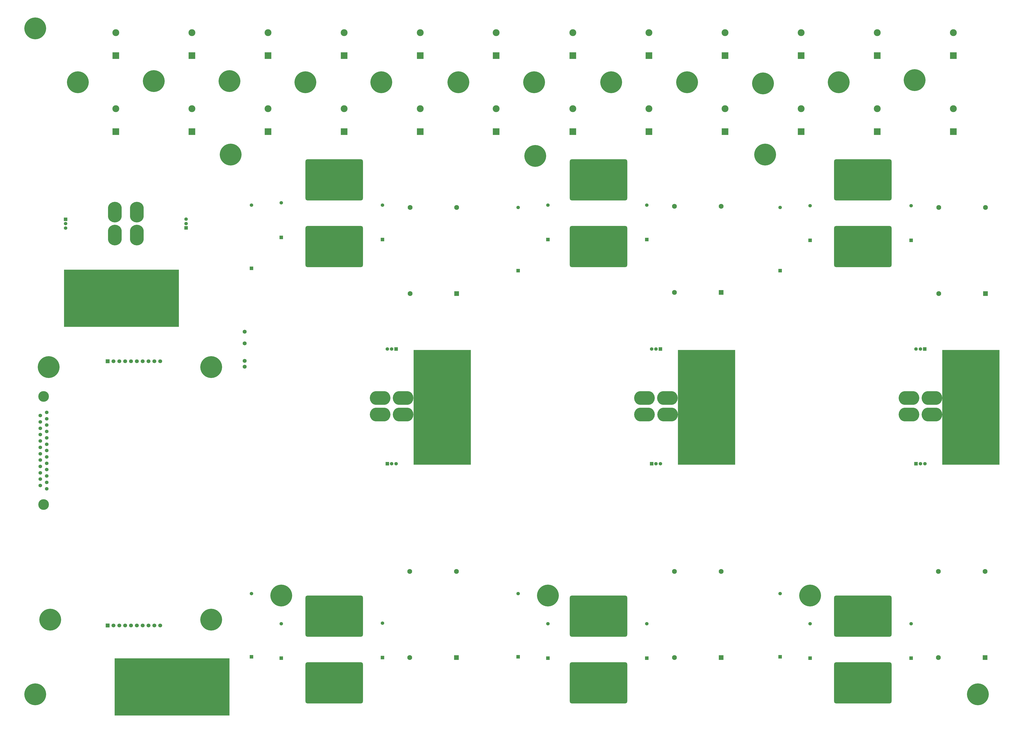
<source format=gbr>
%TF.GenerationSoftware,KiCad,Pcbnew,9.0.0*%
%TF.CreationDate,2025-04-23T18:39:58-07:00*%
%TF.ProjectId,PowerBoard,506f7765-7242-46f6-9172-642e6b696361,rev?*%
%TF.SameCoordinates,Original*%
%TF.FileFunction,Soldermask,Bot*%
%TF.FilePolarity,Negative*%
%FSLAX46Y46*%
G04 Gerber Fmt 4.6, Leading zero omitted, Abs format (unit mm)*
G04 Created by KiCad (PCBNEW 9.0.0) date 2025-04-23 18:39:58*
%MOMM*%
%LPD*%
G01*
G04 APERTURE LIST*
G04 Aperture macros list*
%AMRoundRect*
0 Rectangle with rounded corners*
0 $1 Rounding radius*
0 $2 $3 $4 $5 $6 $7 $8 $9 X,Y pos of 4 corners*
0 Add a 4 corners polygon primitive as box body*
4,1,4,$2,$3,$4,$5,$6,$7,$8,$9,$2,$3,0*
0 Add four circle primitives for the rounded corners*
1,1,$1+$1,$2,$3*
1,1,$1+$1,$4,$5*
1,1,$1+$1,$6,$7*
1,1,$1+$1,$8,$9*
0 Add four rect primitives between the rounded corners*
20,1,$1+$1,$2,$3,$4,$5,0*
20,1,$1+$1,$4,$5,$6,$7,0*
20,1,$1+$1,$6,$7,$8,$9,0*
20,1,$1+$1,$8,$9,$2,$3,0*%
%AMHorizOval*
0 Thick line with rounded ends*
0 $1 width*
0 $2 $3 position (X,Y) of the first rounded end (center of the circle)*
0 $4 $5 position (X,Y) of the second rounded end (center of the circle)*
0 Add line between two ends*
20,1,$1,$2,$3,$4,$5,0*
0 Add two circle primitives to create the rounded ends*
1,1,$1,$2,$3*
1,1,$1,$4,$5*%
G04 Aperture macros list end*
%ADD10R,50.000000X25.000000*%
%ADD11C,9.500000*%
%ADD12R,3.000000X3.000000*%
%ADD13C,3.000000*%
%ADD14RoundRect,0.900000X11.600000X-8.100000X11.600000X8.100000X-11.600000X8.100000X-11.600000X-8.100000X0*%
%ADD15R,25.000000X50.000000*%
%ADD16R,1.500000X1.500000*%
%ADD17C,1.500000*%
%ADD18HorizOval,0.800000X0.000000X0.000000X0.000000X0.000000X0*%
%ADD19HorizOval,0.800000X0.000000X0.000000X0.000000X0.000000X0*%
%ADD20C,0.800000*%
%ADD21O,9.000000X6.000000*%
%ADD22R,2.100000X2.100000*%
%ADD23C,2.100000*%
%ADD24HorizOval,0.800000X0.000000X0.000000X0.000000X0.000000X0*%
%ADD25HorizOval,0.800000X0.000000X0.000000X0.000000X0.000000X0*%
%ADD26O,6.000000X9.000000*%
%ADD27HorizOval,0.800000X0.000000X0.000000X0.000000X0.000000X0*%
%ADD28HorizOval,0.800000X0.000000X0.000000X0.000000X0.000000X0*%
%ADD29C,1.725000*%
%ADD30R,1.700000X1.700000*%
%ADD31C,1.700000*%
%ADD32HorizOval,0.800000X0.000000X0.000000X0.000000X0.000000X0*%
%ADD33HorizOval,0.800000X0.000000X0.000000X0.000000X0.000000X0*%
%ADD34C,1.575000*%
%ADD35C,4.650000*%
G04 APERTURE END LIST*
D10*
%TO.C,J2*%
X-62500000Y-72500000D03*
%TD*%
D11*
%TO.C,H22*%
X7000000Y-202000000D03*
%TD*%
D12*
%TO.C,C16*%
X34300000Y33100000D03*
D13*
X34300000Y43100000D03*
%TD*%
D12*
%TO.C,C14*%
X-31900000Y33100000D03*
D13*
X-31900000Y43100000D03*
%TD*%
D12*
%TO.C,C5*%
X266200000Y0D03*
D13*
X266200000Y10000000D03*
%TD*%
D12*
%TO.C,C1*%
X133800000Y0D03*
D13*
X133800000Y10000000D03*
%TD*%
D11*
%TO.C,H4*%
X-23500000Y-212500000D03*
%TD*%
D14*
%TO.C,Q4*%
X145000000Y-240000000D03*
X145000000Y-211000000D03*
%TD*%
D15*
%TO.C,J4*%
X192000000Y-120000000D03*
%TD*%
D11*
%TO.C,H9*%
X249500000Y21500000D03*
%TD*%
D12*
%TO.C,C101*%
X133800000Y33100000D03*
D13*
X133800000Y43100000D03*
%TD*%
D14*
%TO.C,Q2*%
X30000000Y-240000000D03*
X30000000Y-211000000D03*
%TD*%
D11*
%TO.C,H16*%
X17500000Y21500000D03*
%TD*%
D16*
%TO.C,C100*%
X224000000Y-60500000D03*
D17*
X224000000Y-33000000D03*
%TD*%
D14*
%TO.C,Q3*%
X145000000Y-50000000D03*
X145000000Y-21000000D03*
%TD*%
D12*
%TO.C,C6*%
X299300000Y0D03*
D13*
X299300000Y10000000D03*
%TD*%
D14*
%TO.C,Q5*%
X260000000Y-50000000D03*
X260000000Y-21000000D03*
%TD*%
D11*
%TO.C,H14*%
X84000000Y21500000D03*
%TD*%
D16*
%TO.C,IC9*%
X283120000Y-144585000D03*
D17*
X285030000Y-144585000D03*
X286940000Y-144585000D03*
D18*
X286080000Y-122555000D03*
D19*
X286080000Y-123815000D03*
D20*
X286830000Y-121525000D03*
X286830000Y-124845000D03*
X288030000Y-121135000D03*
X288030000Y-125235000D03*
X289360000Y-121135000D03*
X289360000Y-125235000D03*
D21*
X290030000Y-123185000D03*
D20*
X290700000Y-121135000D03*
X290700000Y-125235000D03*
X292030000Y-121135000D03*
X292030000Y-125235000D03*
X293230000Y-121525000D03*
X293230000Y-124845000D03*
X293980000Y-122555000D03*
X293980000Y-123815000D03*
X276080000Y-122555000D03*
X276080000Y-123815000D03*
X276830000Y-121525000D03*
X276830000Y-124845000D03*
X278030000Y-121135000D03*
X278030000Y-125235000D03*
X279360000Y-121135000D03*
X279360000Y-125235000D03*
D21*
X280030000Y-123185000D03*
D20*
X280700000Y-121135000D03*
X280700000Y-125235000D03*
X282030000Y-121135000D03*
X282030000Y-125235000D03*
X283230000Y-121525000D03*
X283230000Y-124845000D03*
D19*
X283980000Y-122555000D03*
D18*
X283980000Y-123815000D03*
%TD*%
D11*
%TO.C,H1*%
X-94150000Y-102500000D03*
%TD*%
D12*
%TO.C,C12*%
X100500000Y0D03*
D13*
X100500000Y10000000D03*
%TD*%
D22*
%TO.C,C97*%
X313150000Y-229000000D03*
D23*
X313150000Y-191500000D03*
X292850000Y-229000000D03*
X292850000Y-191500000D03*
%TD*%
D14*
%TO.C,Q6*%
X260000000Y-240000000D03*
X260000000Y-211000000D03*
%TD*%
D16*
%TO.C,C99*%
X281000000Y-47275000D03*
D17*
X281000000Y-32275000D03*
%TD*%
D12*
%TO.C,C17*%
X67400000Y33100000D03*
D13*
X67400000Y43100000D03*
%TD*%
D12*
%TO.C,C11*%
X67400000Y0D03*
D13*
X67400000Y10000000D03*
%TD*%
D11*
%TO.C,H7*%
X310000000Y-245000000D03*
%TD*%
D16*
%TO.C,C110*%
X110000000Y-228625000D03*
D17*
X110000000Y-201125000D03*
%TD*%
D22*
%TO.C,C87*%
X83150000Y-229000000D03*
D23*
X83150000Y-191500000D03*
X62850000Y-229000000D03*
X62850000Y-191500000D03*
%TD*%
D12*
%TO.C,C3*%
X200000000Y0D03*
D13*
X200000000Y10000000D03*
%TD*%
D16*
%TO.C,C98*%
X237000000Y-47275000D03*
D17*
X237000000Y-32275000D03*
%TD*%
D16*
%TO.C,IC3*%
X-86825000Y-38150000D03*
D17*
X-86825000Y-40060000D03*
X-86825000Y-41970000D03*
D24*
X-64795000Y-41110000D03*
D25*
X-66055000Y-41110000D03*
D20*
X-63765000Y-41860000D03*
X-67085000Y-41860000D03*
X-63375000Y-43060000D03*
X-67475000Y-43060000D03*
X-63375000Y-44390000D03*
X-67475000Y-44390000D03*
D26*
X-65425000Y-45060000D03*
D20*
X-63375000Y-45730000D03*
X-67475000Y-45730000D03*
X-63375000Y-47060000D03*
X-67475000Y-47060000D03*
X-63765000Y-48260000D03*
X-67085000Y-48260000D03*
X-64795000Y-49010000D03*
X-66055000Y-49010000D03*
X-64795000Y-31110000D03*
X-66055000Y-31110000D03*
X-63765000Y-31860000D03*
X-67085000Y-31860000D03*
X-63375000Y-33060000D03*
X-67475000Y-33060000D03*
X-63375000Y-34390000D03*
X-67475000Y-34390000D03*
D26*
X-65425000Y-35060000D03*
D20*
X-63375000Y-35730000D03*
X-67475000Y-35730000D03*
X-63375000Y-37060000D03*
X-67475000Y-37060000D03*
X-63765000Y-38260000D03*
X-67085000Y-38260000D03*
D25*
X-64795000Y-39010000D03*
D24*
X-66055000Y-39010000D03*
%TD*%
D16*
%TO.C,C103*%
X237000000Y-229275000D03*
D17*
X237000000Y-214275000D03*
%TD*%
D11*
%TO.C,H23*%
X123000000Y-202000000D03*
%TD*%
%TO.C,H10*%
X216500000Y21000000D03*
%TD*%
D16*
%TO.C,IC6*%
X56910000Y-94600000D03*
D17*
X55000000Y-94600000D03*
X53090000Y-94600000D03*
D27*
X53950000Y-116630000D03*
D28*
X53950000Y-115370000D03*
D20*
X53200000Y-117660000D03*
X53200000Y-114340000D03*
X52000000Y-118050000D03*
X52000000Y-113950000D03*
X50670000Y-118050000D03*
X50670000Y-113950000D03*
D21*
X50000000Y-116000000D03*
D20*
X49330000Y-118050000D03*
X49330000Y-113950000D03*
X48000000Y-118050000D03*
X48000000Y-113950000D03*
X46800000Y-117660000D03*
X46800000Y-114340000D03*
X46050000Y-116630000D03*
X46050000Y-115370000D03*
X63950000Y-116630000D03*
X63950000Y-115370000D03*
X63200000Y-117660000D03*
X63200000Y-114340000D03*
X62000000Y-118050000D03*
X62000000Y-113950000D03*
X60670000Y-118050000D03*
X60670000Y-113950000D03*
D21*
X60000000Y-116000000D03*
D20*
X59330000Y-118050000D03*
X59330000Y-113950000D03*
X58000000Y-118050000D03*
X58000000Y-113950000D03*
X56800000Y-117660000D03*
X56800000Y-114340000D03*
D28*
X56050000Y-116630000D03*
D27*
X56050000Y-115370000D03*
%TD*%
D16*
%TO.C,C20*%
X7000000Y-46000000D03*
D17*
X7000000Y-31000000D03*
%TD*%
D12*
%TO.C,C18*%
X100500000Y33100000D03*
D13*
X100500000Y43100000D03*
%TD*%
D11*
%TO.C,H8*%
X282500000Y22500000D03*
%TD*%
D12*
%TO.C,C111*%
X266200000Y33100000D03*
D13*
X266200000Y43100000D03*
%TD*%
D14*
%TO.C,Q1*%
X30000000Y-50000000D03*
X30000000Y-21000000D03*
%TD*%
D11*
%TO.C,H6*%
X-100000000Y-245000000D03*
%TD*%
%TO.C,H24*%
X237000000Y-202000000D03*
%TD*%
D29*
%TO.C,PS1*%
X-8915000Y-102325000D03*
X-8915000Y-99785000D03*
X-8915000Y-92165000D03*
X-8915000Y-87085000D03*
%TD*%
D16*
%TO.C,C88*%
X51000000Y-229000000D03*
D17*
X51000000Y-214000000D03*
%TD*%
D11*
%TO.C,H21*%
X217500000Y-10000000D03*
%TD*%
D12*
%TO.C,C9*%
X1200000Y0D03*
D13*
X1200000Y10000000D03*
%TD*%
D30*
%TO.C,J8*%
X-68500000Y-215000000D03*
D31*
X-65960000Y-215000000D03*
X-63420000Y-215000000D03*
X-60880000Y-215000000D03*
X-58340000Y-215000000D03*
X-55800000Y-215000000D03*
X-53260000Y-215000000D03*
X-50720000Y-215000000D03*
X-48180000Y-215000000D03*
X-45640000Y-215000000D03*
%TD*%
D12*
%TO.C,C15*%
X1200000Y33100000D03*
D13*
X1200000Y43100000D03*
%TD*%
D16*
%TO.C,C94*%
X166000000Y-47000000D03*
D17*
X166000000Y-32000000D03*
%TD*%
D11*
%TO.C,H13*%
X117000000Y21500000D03*
%TD*%
D16*
%TO.C,IC5*%
X53100000Y-144585000D03*
D17*
X55010000Y-144585000D03*
X56920000Y-144585000D03*
D18*
X56060000Y-122555000D03*
D19*
X56060000Y-123815000D03*
D20*
X56810000Y-121525000D03*
X56810000Y-124845000D03*
X58010000Y-121135000D03*
X58010000Y-125235000D03*
X59340000Y-121135000D03*
X59340000Y-125235000D03*
D21*
X60010000Y-123185000D03*
D20*
X60680000Y-121135000D03*
X60680000Y-125235000D03*
X62010000Y-121135000D03*
X62010000Y-125235000D03*
X63210000Y-121525000D03*
X63210000Y-124845000D03*
X63960000Y-122555000D03*
X63960000Y-123815000D03*
X46060000Y-122555000D03*
X46060000Y-123815000D03*
X46810000Y-121525000D03*
X46810000Y-124845000D03*
X48010000Y-121135000D03*
X48010000Y-125235000D03*
X49340000Y-121135000D03*
X49340000Y-125235000D03*
D21*
X50010000Y-123185000D03*
D20*
X50680000Y-121135000D03*
X50680000Y-125235000D03*
X52010000Y-121135000D03*
X52010000Y-125235000D03*
X53210000Y-121525000D03*
X53210000Y-124845000D03*
D19*
X53960000Y-122555000D03*
D18*
X53960000Y-123815000D03*
%TD*%
D22*
%TO.C,C96*%
X313300000Y-70500000D03*
D23*
X313300000Y-33000000D03*
X293000000Y-70500000D03*
X293000000Y-33000000D03*
%TD*%
D12*
%TO.C,C2*%
X166900000Y0D03*
D13*
X166900000Y10000000D03*
%TD*%
D16*
%TO.C,C108*%
X123000000Y-229275000D03*
D17*
X123000000Y-214275000D03*
%TD*%
D15*
%TO.C,J5*%
X307000000Y-120000000D03*
%TD*%
D12*
%TO.C,C13*%
X-65000000Y33100000D03*
D13*
X-65000000Y43100000D03*
%TD*%
D11*
%TO.C,H15*%
X50500000Y21500000D03*
%TD*%
%TO.C,H17*%
X-15500000Y22000000D03*
%TD*%
%TO.C,H19*%
X-81500000Y21500000D03*
%TD*%
%TO.C,H18*%
X-48500000Y22000000D03*
%TD*%
D16*
%TO.C,C90*%
X-6000000Y-228625000D03*
D17*
X-6000000Y-201125000D03*
%TD*%
D16*
%TO.C,C104*%
X281000000Y-229275000D03*
D17*
X281000000Y-214275000D03*
%TD*%
D12*
%TO.C,C8*%
X-31900000Y0D03*
D13*
X-31900000Y10000000D03*
%TD*%
D16*
%TO.C,IC4*%
X-34430000Y-41900000D03*
D17*
X-34430000Y-39990000D03*
X-34430000Y-38080000D03*
D32*
X-56460000Y-38940000D03*
D33*
X-55200000Y-38940000D03*
D20*
X-57490000Y-38190000D03*
X-54170000Y-38190000D03*
X-57880000Y-36990000D03*
X-53780000Y-36990000D03*
X-57880000Y-35660000D03*
X-53780000Y-35660000D03*
D26*
X-55830000Y-34990000D03*
D20*
X-57880000Y-34320000D03*
X-53780000Y-34320000D03*
X-57880000Y-32990000D03*
X-53780000Y-32990000D03*
X-57490000Y-31790000D03*
X-54170000Y-31790000D03*
X-56460000Y-31040000D03*
X-55200000Y-31040000D03*
X-56460000Y-48940000D03*
X-55200000Y-48940000D03*
X-57490000Y-48190000D03*
X-54170000Y-48190000D03*
X-57880000Y-46990000D03*
X-53780000Y-46990000D03*
X-57880000Y-45660000D03*
X-53780000Y-45660000D03*
D26*
X-55830000Y-44990000D03*
D20*
X-57880000Y-44320000D03*
X-53780000Y-44320000D03*
X-57880000Y-42990000D03*
X-53780000Y-42990000D03*
X-57490000Y-41790000D03*
X-54170000Y-41790000D03*
D33*
X-56460000Y-41040000D03*
D32*
X-55200000Y-41040000D03*
%TD*%
D12*
%TO.C,C10*%
X34300000Y0D03*
D13*
X34300000Y10000000D03*
%TD*%
D22*
%TO.C,C86*%
X83300000Y-70500000D03*
D23*
X83300000Y-33000000D03*
X63000000Y-70500000D03*
X63000000Y-33000000D03*
%TD*%
D16*
%TO.C,C95*%
X110000000Y-60500000D03*
D17*
X110000000Y-33000000D03*
%TD*%
D16*
%TO.C,C93*%
X123000000Y-47000000D03*
D17*
X123000000Y-32000000D03*
%TD*%
D12*
%TO.C,C7*%
X-65000000Y0D03*
D13*
X-65000000Y10000000D03*
%TD*%
D16*
%TO.C,C84*%
X51000000Y-47000000D03*
D17*
X51000000Y-32000000D03*
%TD*%
D16*
%TO.C,C85*%
X-6000000Y-59500000D03*
D17*
X-6000000Y-32000000D03*
%TD*%
D22*
%TO.C,C91*%
X198300000Y-70000000D03*
D23*
X198300000Y-32500000D03*
X178000000Y-70000000D03*
X178000000Y-32500000D03*
%TD*%
D30*
%TO.C,J9*%
X-68500000Y-100000000D03*
D31*
X-65960000Y-100000000D03*
X-63420000Y-100000000D03*
X-60880000Y-100000000D03*
X-58340000Y-100000000D03*
X-55800000Y-100000000D03*
X-53260000Y-100000000D03*
X-50720000Y-100000000D03*
X-48180000Y-100000000D03*
X-45640000Y-100000000D03*
%TD*%
D12*
%TO.C,C106*%
X200000000Y33100000D03*
D13*
X200000000Y43100000D03*
%TD*%
D11*
%TO.C,H5*%
X-100000000Y45000000D03*
%TD*%
D16*
%TO.C,C89*%
X7000000Y-229275000D03*
D17*
X7000000Y-214275000D03*
%TD*%
D11*
%TO.C,H11*%
X183500000Y21500000D03*
%TD*%
D12*
%TO.C,C112*%
X299300000Y33100000D03*
D13*
X299300000Y43100000D03*
%TD*%
D12*
%TO.C,C107*%
X233100000Y33100000D03*
D13*
X233100000Y43100000D03*
%TD*%
D11*
%TO.C,H20*%
X117500000Y-10550000D03*
%TD*%
D12*
%TO.C,C4*%
X233100000Y0D03*
D13*
X233100000Y10000000D03*
%TD*%
D22*
%TO.C,C92*%
X198300000Y-229000000D03*
D23*
X198300000Y-191500000D03*
X178000000Y-229000000D03*
X178000000Y-191500000D03*
%TD*%
D10*
%TO.C,J1*%
X-40500000Y-241750000D03*
%TD*%
D11*
%TO.C,H19*%
X-15000000Y-10000000D03*
%TD*%
%TO.C,H3*%
X-93500000Y-212500000D03*
%TD*%
D16*
%TO.C,C109*%
X166000000Y-229275000D03*
D17*
X166000000Y-214275000D03*
%TD*%
D15*
%TO.C,J3*%
X77000000Y-120000000D03*
%TD*%
D16*
%TO.C,IC8*%
X171910000Y-94600000D03*
D17*
X170000000Y-94600000D03*
X168090000Y-94600000D03*
D27*
X168950000Y-116630000D03*
D28*
X168950000Y-115370000D03*
D20*
X168200000Y-117660000D03*
X168200000Y-114340000D03*
X167000000Y-118050000D03*
X167000000Y-113950000D03*
X165670000Y-118050000D03*
X165670000Y-113950000D03*
D21*
X165000000Y-116000000D03*
D20*
X164330000Y-118050000D03*
X164330000Y-113950000D03*
X163000000Y-118050000D03*
X163000000Y-113950000D03*
X161800000Y-117660000D03*
X161800000Y-114340000D03*
X161050000Y-116630000D03*
X161050000Y-115370000D03*
X178950000Y-116630000D03*
X178950000Y-115370000D03*
X178200000Y-117660000D03*
X178200000Y-114340000D03*
X177000000Y-118050000D03*
X177000000Y-113950000D03*
X175670000Y-118050000D03*
X175670000Y-113950000D03*
D21*
X175000000Y-116000000D03*
D20*
X174330000Y-118050000D03*
X174330000Y-113950000D03*
X173000000Y-118050000D03*
X173000000Y-113950000D03*
X171800000Y-117660000D03*
X171800000Y-114340000D03*
D28*
X171050000Y-116630000D03*
D27*
X171050000Y-115370000D03*
%TD*%
D11*
%TO.C,H12*%
X150500000Y21500000D03*
%TD*%
D16*
%TO.C,IC7*%
X168100000Y-144585000D03*
D17*
X170010000Y-144585000D03*
X171920000Y-144585000D03*
D18*
X171060000Y-122555000D03*
D19*
X171060000Y-123815000D03*
D20*
X171810000Y-121525000D03*
X171810000Y-124845000D03*
X173010000Y-121135000D03*
X173010000Y-125235000D03*
X174340000Y-121135000D03*
X174340000Y-125235000D03*
D21*
X175010000Y-123185000D03*
D20*
X175680000Y-121135000D03*
X175680000Y-125235000D03*
X177010000Y-121135000D03*
X177010000Y-125235000D03*
X178210000Y-121525000D03*
X178210000Y-124845000D03*
X178960000Y-122555000D03*
X178960000Y-123815000D03*
X161060000Y-122555000D03*
X161060000Y-123815000D03*
X161810000Y-121525000D03*
X161810000Y-124845000D03*
X163010000Y-121135000D03*
X163010000Y-125235000D03*
X164340000Y-121135000D03*
X164340000Y-125235000D03*
D21*
X165010000Y-123185000D03*
D20*
X165680000Y-121135000D03*
X165680000Y-125235000D03*
X167010000Y-121135000D03*
X167010000Y-125235000D03*
X168210000Y-121525000D03*
X168210000Y-124845000D03*
D19*
X168960000Y-122555000D03*
D18*
X168960000Y-123815000D03*
%TD*%
D16*
%TO.C,IC10*%
X286910000Y-94600000D03*
D17*
X285000000Y-94600000D03*
X283090000Y-94600000D03*
D27*
X283950000Y-116630000D03*
D28*
X283950000Y-115370000D03*
D20*
X283200000Y-117660000D03*
X283200000Y-114340000D03*
X282000000Y-118050000D03*
X282000000Y-113950000D03*
X280670000Y-118050000D03*
X280670000Y-113950000D03*
D21*
X280000000Y-116000000D03*
D20*
X279330000Y-118050000D03*
X279330000Y-113950000D03*
X278000000Y-118050000D03*
X278000000Y-113950000D03*
X276800000Y-117660000D03*
X276800000Y-114340000D03*
X276050000Y-116630000D03*
X276050000Y-115370000D03*
X293950000Y-116630000D03*
X293950000Y-115370000D03*
X293200000Y-117660000D03*
X293200000Y-114340000D03*
X292000000Y-118050000D03*
X292000000Y-113950000D03*
X290670000Y-118050000D03*
X290670000Y-113950000D03*
D21*
X290000000Y-116000000D03*
D20*
X289330000Y-118050000D03*
X289330000Y-113950000D03*
X288000000Y-118050000D03*
X288000000Y-113950000D03*
X286800000Y-117660000D03*
X286800000Y-114340000D03*
D28*
X286050000Y-116630000D03*
D27*
X286050000Y-115370000D03*
%TD*%
D12*
%TO.C,C102*%
X166900000Y33100000D03*
D13*
X166900000Y43100000D03*
%TD*%
D11*
%TO.C,H2*%
X-23500000Y-102500000D03*
%TD*%
D16*
%TO.C,C105*%
X224000000Y-228625000D03*
D17*
X224000000Y-201125000D03*
%TD*%
D34*
%TO.C,J6*%
X-95000000Y-122230000D03*
X-95000000Y-125000000D03*
X-95000000Y-127770000D03*
X-95000000Y-130540000D03*
X-95000000Y-133310000D03*
X-95000000Y-136080000D03*
X-95000000Y-138850000D03*
X-95000000Y-141620000D03*
X-95000000Y-144390000D03*
X-95000000Y-147160000D03*
X-95000000Y-149930000D03*
X-95000000Y-152700000D03*
X-95000000Y-155470000D03*
X-97840000Y-154085000D03*
X-97840000Y-151315000D03*
X-97840000Y-148545000D03*
X-97840000Y-145775000D03*
X-97840000Y-143005000D03*
X-97840000Y-140235000D03*
X-97840000Y-137465000D03*
X-97840000Y-134695000D03*
X-97840000Y-131925000D03*
X-97840000Y-129155000D03*
X-97840000Y-126385000D03*
X-97840000Y-123615000D03*
D35*
X-96420000Y-115330000D03*
X-96420000Y-162370000D03*
%TD*%
M02*

</source>
